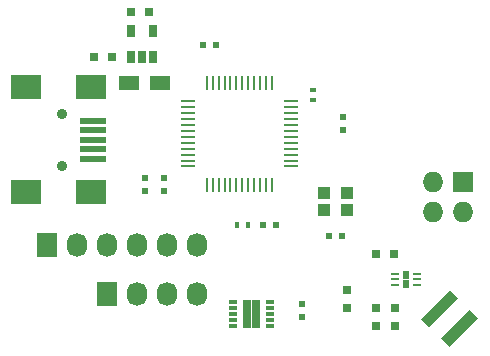
<source format=gts>
G04 #@! TF.FileFunction,Soldermask,Top*
%FSLAX46Y46*%
G04 Gerber Fmt 4.6, Leading zero omitted, Abs format (unit mm)*
G04 Created by KiCad (PCBNEW (after 2015-mar-04 BZR unknown)-product) date Sat 21 Nov 2015 03:19:33 PM EST*
%MOMM*%
G01*
G04 APERTURE LIST*
%ADD10C,0.150000*%
%ADD11R,2.301240X0.500380*%
%ADD12R,2.499360X1.998980*%
%ADD13C,0.899160*%
%ADD14R,0.600000X0.500000*%
%ADD15R,0.500000X0.600000*%
%ADD16R,1.800000X1.230000*%
%ADD17R,0.800000X0.750000*%
%ADD18R,1.727200X2.032000*%
%ADD19O,1.727200X2.032000*%
%ADD20R,0.400000X0.600000*%
%ADD21R,1.100000X1.000000*%
%ADD22R,1.300000X0.250000*%
%ADD23R,0.250000X1.300000*%
%ADD24R,0.650000X1.060000*%
%ADD25R,0.750000X0.800000*%
%ADD26R,0.600000X0.400000*%
%ADD27R,0.700000X0.250000*%
%ADD28R,0.610000X0.710000*%
%ADD29R,0.650000X0.300000*%
%ADD30R,0.775000X1.240000*%
%ADD31R,1.727200X1.727200*%
%ADD32O,1.727200X1.727200*%
G04 APERTURE END LIST*
D10*
D11*
X152420320Y-89077800D03*
X152420320Y-89877900D03*
X152420320Y-90678000D03*
X152420320Y-91478100D03*
X152420320Y-92278200D03*
D12*
X152321260Y-86227920D03*
X146822160Y-86227920D03*
X152321260Y-95128080D03*
X146822160Y-95128080D03*
D13*
X149821900Y-88478360D03*
X149821900Y-92877640D03*
D14*
X172424000Y-98806000D03*
X173524000Y-98806000D03*
X167936000Y-97917000D03*
X166836000Y-97917000D03*
D15*
X173609000Y-88731000D03*
X173609000Y-89831000D03*
D14*
X161756000Y-82677000D03*
X162856000Y-82677000D03*
D15*
X158496000Y-95038000D03*
X158496000Y-93938000D03*
X156845000Y-95038000D03*
X156845000Y-93938000D03*
D16*
X158155000Y-85852000D03*
X155535000Y-85852000D03*
D17*
X154039000Y-83693000D03*
X152539000Y-83693000D03*
X155714000Y-79883000D03*
X157214000Y-79883000D03*
D18*
X148590000Y-99568000D03*
D19*
X151130000Y-99568000D03*
X153670000Y-99568000D03*
X156210000Y-99568000D03*
X158750000Y-99568000D03*
X161290000Y-99568000D03*
D20*
X164650000Y-97917000D03*
X165550000Y-97917000D03*
D21*
X172024000Y-96635000D03*
X173924000Y-96635000D03*
X173924000Y-95135000D03*
X172024000Y-95135000D03*
D22*
X169196000Y-92920000D03*
X169196000Y-92420000D03*
X169196000Y-91920000D03*
X169196000Y-91420000D03*
X169196000Y-90920000D03*
X169196000Y-90420000D03*
X169196000Y-89920000D03*
X169196000Y-89420000D03*
X169196000Y-88920000D03*
X169196000Y-88420000D03*
X169196000Y-87920000D03*
X169196000Y-87420000D03*
D23*
X167596000Y-85820000D03*
X167096000Y-85820000D03*
X166596000Y-85820000D03*
X166096000Y-85820000D03*
X165596000Y-85820000D03*
X165096000Y-85820000D03*
X164596000Y-85820000D03*
X164096000Y-85820000D03*
X163596000Y-85820000D03*
X163096000Y-85820000D03*
X162596000Y-85820000D03*
X162096000Y-85820000D03*
D22*
X160496000Y-87420000D03*
X160496000Y-87920000D03*
X160496000Y-88420000D03*
X160496000Y-88920000D03*
X160496000Y-89420000D03*
X160496000Y-89920000D03*
X160496000Y-90420000D03*
X160496000Y-90920000D03*
X160496000Y-91420000D03*
X160496000Y-91920000D03*
X160496000Y-92420000D03*
X160496000Y-92920000D03*
D23*
X162096000Y-94520000D03*
X162596000Y-94520000D03*
X163096000Y-94520000D03*
X163596000Y-94520000D03*
X164096000Y-94520000D03*
X164596000Y-94520000D03*
X165096000Y-94520000D03*
X165596000Y-94520000D03*
X166096000Y-94520000D03*
X166596000Y-94520000D03*
X167096000Y-94520000D03*
X167596000Y-94520000D03*
D24*
X155641000Y-83650000D03*
X156591000Y-83650000D03*
X157541000Y-83650000D03*
X157541000Y-81450000D03*
X155641000Y-81450000D03*
D17*
X176415000Y-100330000D03*
X177915000Y-100330000D03*
D25*
X173990000Y-103390000D03*
X173990000Y-104890000D03*
X176403000Y-106414000D03*
X176403000Y-104914000D03*
X178054000Y-106414000D03*
X178054000Y-104914000D03*
D15*
X170180000Y-104606000D03*
X170180000Y-105706000D03*
D10*
G36*
X180239514Y-105808677D02*
X182643677Y-103404514D01*
X183336642Y-104097479D01*
X180932479Y-106501642D01*
X180239514Y-105808677D01*
X180239514Y-105808677D01*
G37*
G36*
X181915358Y-107484521D02*
X184319521Y-105080358D01*
X185012486Y-105773323D01*
X182608323Y-108177486D01*
X181915358Y-107484521D01*
X181915358Y-107484521D01*
G37*
D18*
X153670000Y-103759000D03*
D19*
X156210000Y-103759000D03*
X158750000Y-103759000D03*
X161290000Y-103759000D03*
D26*
X171069000Y-87318000D03*
X171069000Y-86418000D03*
D27*
X178018000Y-101989000D03*
X178018000Y-102489000D03*
X178018000Y-102989000D03*
X179868000Y-102989000D03*
X179868000Y-102489000D03*
X179868000Y-101989000D03*
D28*
X178943000Y-102844000D03*
X178943000Y-102134000D03*
D29*
X164312000Y-104410000D03*
X164312000Y-104910000D03*
X164312000Y-105410000D03*
X164312000Y-105910000D03*
X164312000Y-106410000D03*
X167412000Y-106410000D03*
X167412000Y-105910000D03*
X167412000Y-105410000D03*
X167412000Y-104910000D03*
X167412000Y-104410000D03*
D30*
X166249500Y-106030000D03*
X166249500Y-104790000D03*
X165474500Y-106030000D03*
X165474500Y-104790000D03*
D31*
X183769000Y-94234000D03*
D32*
X183769000Y-96774000D03*
X181229000Y-94234000D03*
X181229000Y-96774000D03*
M02*

</source>
